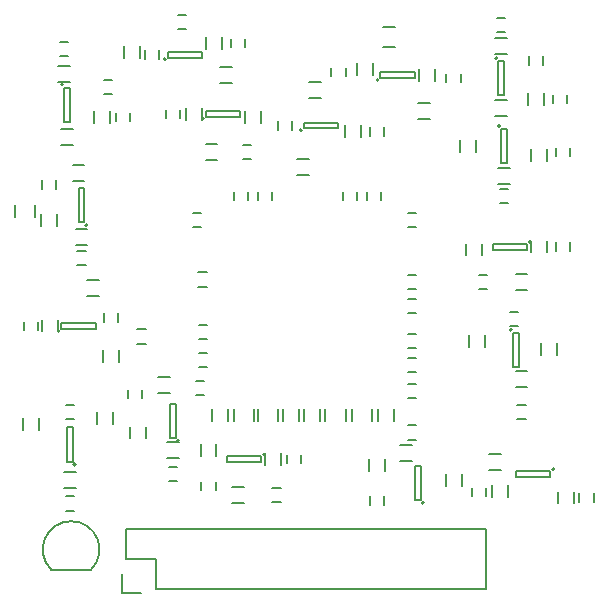
<source format=gto>
G04 #@! TF.FileFunction,Legend,Top*
%FSLAX46Y46*%
G04 Gerber Fmt 4.6, Leading zero omitted, Abs format (unit mm)*
G04 Created by KiCad (PCBNEW (2015-01-16 BZR 5376)-product) date 23/07/2015 11:35:32*
%MOMM*%
G01*
G04 APERTURE LIST*
%ADD10C,0.100000*%
%ADD11C,0.150000*%
G04 APERTURE END LIST*
D10*
D11*
X72100000Y-75650000D02*
X72100000Y-76350000D01*
X70900000Y-76350000D02*
X70900000Y-75650000D01*
X65400000Y-77400000D02*
X66100000Y-77400000D01*
X66100000Y-78600000D02*
X65400000Y-78600000D01*
X84350000Y-78600000D02*
X83650000Y-78600000D01*
X83650000Y-77400000D02*
X84350000Y-77400000D01*
X81350000Y-75650000D02*
X81350000Y-76350000D01*
X80150000Y-76350000D02*
X80150000Y-75650000D01*
X70100000Y-75650000D02*
X70100000Y-76350000D01*
X68900000Y-76350000D02*
X68900000Y-75650000D01*
X65890000Y-82440000D02*
X66590000Y-82440000D01*
X66590000Y-83640000D02*
X65890000Y-83640000D01*
X84350000Y-83850000D02*
X83650000Y-83850000D01*
X83650000Y-82650000D02*
X84350000Y-82650000D01*
X79350000Y-75650000D02*
X79350000Y-76350000D01*
X78150000Y-76350000D02*
X78150000Y-75650000D01*
X60720000Y-87270000D02*
X61420000Y-87270000D01*
X61420000Y-88470000D02*
X60720000Y-88470000D01*
X65930000Y-86850000D02*
X66630000Y-86850000D01*
X66630000Y-88050000D02*
X65930000Y-88050000D01*
X84350000Y-88850000D02*
X83650000Y-88850000D01*
X83650000Y-87650000D02*
X84350000Y-87650000D01*
X84350000Y-85850000D02*
X83650000Y-85850000D01*
X83650000Y-84650000D02*
X84350000Y-84650000D01*
X65940000Y-89230000D02*
X66640000Y-89230000D01*
X66640000Y-90430000D02*
X65940000Y-90430000D01*
X65650000Y-91650000D02*
X66350000Y-91650000D01*
X66350000Y-92850000D02*
X65650000Y-92850000D01*
X84350000Y-93100000D02*
X83650000Y-93100000D01*
X83650000Y-91900000D02*
X84350000Y-91900000D01*
X84350000Y-90850000D02*
X83650000Y-90850000D01*
X83650000Y-89650000D02*
X84350000Y-89650000D01*
X82500000Y-61650000D02*
X81500000Y-61650000D01*
X81500000Y-63350000D02*
X82500000Y-63350000D01*
X50400000Y-76750000D02*
X50400000Y-77750000D01*
X52100000Y-77750000D02*
X52100000Y-76750000D01*
X64150000Y-60650000D02*
X64850000Y-60650000D01*
X64850000Y-61850000D02*
X64150000Y-61850000D01*
X72850000Y-101850000D02*
X72150000Y-101850000D01*
X72150000Y-100650000D02*
X72850000Y-100650000D01*
X95100000Y-64150000D02*
X95100000Y-64850000D01*
X93900000Y-64850000D02*
X93900000Y-64150000D01*
X57900000Y-66150000D02*
X58600000Y-66150000D01*
X58600000Y-67350000D02*
X57900000Y-67350000D01*
X68650000Y-63350000D02*
X68650000Y-62650000D01*
X69850000Y-62650000D02*
X69850000Y-63350000D01*
X61400000Y-64350000D02*
X61400000Y-63650000D01*
X62600000Y-63650000D02*
X62600000Y-64350000D01*
X58900000Y-69600000D02*
X58900000Y-68900000D01*
X60100000Y-68900000D02*
X60100000Y-69600000D01*
X54150000Y-62900000D02*
X54850000Y-62900000D01*
X54850000Y-64100000D02*
X54150000Y-64100000D01*
X97100000Y-67400000D02*
X97100000Y-68100000D01*
X95900000Y-68100000D02*
X95900000Y-67400000D01*
X91150000Y-60900000D02*
X91850000Y-60900000D01*
X91850000Y-62100000D02*
X91150000Y-62100000D01*
X86900000Y-66350000D02*
X86900000Y-65650000D01*
X88100000Y-65650000D02*
X88100000Y-66350000D01*
X77150000Y-65850000D02*
X77150000Y-65150000D01*
X78350000Y-65150000D02*
X78350000Y-65850000D01*
X69650000Y-71650000D02*
X70350000Y-71650000D01*
X70350000Y-72850000D02*
X69650000Y-72850000D01*
X63150000Y-69350000D02*
X63150000Y-68650000D01*
X64350000Y-68650000D02*
X64350000Y-69350000D01*
X53850000Y-74650000D02*
X53850000Y-75350000D01*
X52650000Y-75350000D02*
X52650000Y-74650000D01*
X56350000Y-81850000D02*
X55650000Y-81850000D01*
X55650000Y-80650000D02*
X56350000Y-80650000D01*
X97350000Y-71900000D02*
X97350000Y-72600000D01*
X96150000Y-72600000D02*
X96150000Y-71900000D01*
X91400000Y-75400000D02*
X92100000Y-75400000D01*
X92100000Y-76600000D02*
X91400000Y-76600000D01*
X72650000Y-70350000D02*
X72650000Y-69650000D01*
X73850000Y-69650000D02*
X73850000Y-70350000D01*
X80400000Y-70850000D02*
X80400000Y-70150000D01*
X81600000Y-70150000D02*
X81600000Y-70850000D01*
X57900000Y-86600000D02*
X57900000Y-85900000D01*
X59100000Y-85900000D02*
X59100000Y-86600000D01*
X51140000Y-87310000D02*
X51140000Y-86610000D01*
X52340000Y-86610000D02*
X52340000Y-87310000D01*
X55350000Y-94850000D02*
X54650000Y-94850000D01*
X54650000Y-93650000D02*
X55350000Y-93650000D01*
X55350000Y-102600000D02*
X54650000Y-102600000D01*
X54650000Y-101400000D02*
X55350000Y-101400000D01*
X89650000Y-82650000D02*
X90350000Y-82650000D01*
X90350000Y-83850000D02*
X89650000Y-83850000D01*
X97350000Y-79900000D02*
X97350000Y-80600000D01*
X96150000Y-80600000D02*
X96150000Y-79900000D01*
X92275000Y-85775000D02*
X92975000Y-85775000D01*
X92975000Y-86975000D02*
X92275000Y-86975000D01*
X92900000Y-93650000D02*
X93600000Y-93650000D01*
X93600000Y-94850000D02*
X92900000Y-94850000D01*
X61100000Y-92400000D02*
X61100000Y-93100000D01*
X59900000Y-93100000D02*
X59900000Y-92400000D01*
X64100000Y-100100000D02*
X63400000Y-100100000D01*
X63400000Y-98900000D02*
X64100000Y-98900000D01*
X67350000Y-100150000D02*
X67350000Y-100850000D01*
X66150000Y-100850000D02*
X66150000Y-100150000D01*
X74600000Y-97900000D02*
X74600000Y-98600000D01*
X73400000Y-98600000D02*
X73400000Y-97900000D01*
X80400000Y-102100000D02*
X80400000Y-101400000D01*
X81600000Y-101400000D02*
X81600000Y-102100000D01*
X84350000Y-96600000D02*
X83650000Y-96600000D01*
X83650000Y-95400000D02*
X84350000Y-95400000D01*
X90225000Y-100650000D02*
X90225000Y-101350000D01*
X89025000Y-101350000D02*
X89025000Y-100650000D01*
X99350000Y-101150000D02*
X99350000Y-101850000D01*
X98150000Y-101850000D02*
X98150000Y-101150000D01*
X74425000Y-94000000D02*
X74425000Y-95000000D01*
X73075000Y-95000000D02*
X73075000Y-94000000D01*
X68425000Y-94000000D02*
X68425000Y-95000000D01*
X67075000Y-95000000D02*
X67075000Y-94000000D01*
X82425000Y-94000000D02*
X82425000Y-95000000D01*
X81075000Y-95000000D02*
X81075000Y-94000000D01*
X76175000Y-94000000D02*
X76175000Y-95000000D01*
X74825000Y-95000000D02*
X74825000Y-94000000D01*
X67750000Y-65075000D02*
X68750000Y-65075000D01*
X68750000Y-66425000D02*
X67750000Y-66425000D01*
X66500000Y-71575000D02*
X67500000Y-71575000D01*
X67500000Y-72925000D02*
X66500000Y-72925000D01*
X59175000Y-89000000D02*
X59175000Y-90000000D01*
X57825000Y-90000000D02*
X57825000Y-89000000D01*
X63500000Y-92675000D02*
X62500000Y-92675000D01*
X62500000Y-91325000D02*
X63500000Y-91325000D01*
X54250000Y-70325000D02*
X55250000Y-70325000D01*
X55250000Y-71675000D02*
X54250000Y-71675000D01*
X56250000Y-74675000D02*
X55250000Y-74675000D01*
X55250000Y-73325000D02*
X56250000Y-73325000D01*
X57325000Y-95250000D02*
X57325000Y-94250000D01*
X58675000Y-94250000D02*
X58675000Y-95250000D01*
X67425000Y-97000000D02*
X67425000Y-98000000D01*
X66075000Y-98000000D02*
X66075000Y-97000000D01*
X91000000Y-67825000D02*
X92000000Y-67825000D01*
X92000000Y-69175000D02*
X91000000Y-69175000D01*
X88075000Y-72250000D02*
X88075000Y-71250000D01*
X89425000Y-71250000D02*
X89425000Y-72250000D01*
X89925000Y-80000000D02*
X89925000Y-81000000D01*
X88575000Y-81000000D02*
X88575000Y-80000000D01*
X88175000Y-99500000D02*
X88175000Y-100500000D01*
X86825000Y-100500000D02*
X86825000Y-99500000D01*
X84500000Y-68075000D02*
X85500000Y-68075000D01*
X85500000Y-69425000D02*
X84500000Y-69425000D01*
X75250000Y-74175000D02*
X74250000Y-74175000D01*
X74250000Y-72825000D02*
X75250000Y-72825000D01*
X88825000Y-88750000D02*
X88825000Y-87750000D01*
X90175000Y-87750000D02*
X90175000Y-88750000D01*
X91500000Y-99175000D02*
X90500000Y-99175000D01*
X90500000Y-97825000D02*
X91500000Y-97825000D01*
X67925000Y-62500000D02*
X67925000Y-63500000D01*
X66575000Y-63500000D02*
X66575000Y-62500000D01*
X60925000Y-63250000D02*
X60925000Y-64250000D01*
X59575000Y-64250000D02*
X59575000Y-63250000D01*
X57075000Y-69750000D02*
X57075000Y-68750000D01*
X58425000Y-68750000D02*
X58425000Y-69750000D01*
X55000000Y-66275000D02*
X54000000Y-66275000D01*
X54000000Y-64925000D02*
X55000000Y-64925000D01*
X95175000Y-67250000D02*
X95175000Y-68250000D01*
X93825000Y-68250000D02*
X93825000Y-67250000D01*
X92000000Y-63925000D02*
X91000000Y-63925000D01*
X91000000Y-62575000D02*
X92000000Y-62575000D01*
X85925000Y-65250000D02*
X85925000Y-66250000D01*
X84575000Y-66250000D02*
X84575000Y-65250000D01*
X80675000Y-64750000D02*
X80675000Y-65750000D01*
X79325000Y-65750000D02*
X79325000Y-64750000D01*
X71175000Y-68750000D02*
X71175000Y-69750000D01*
X69825000Y-69750000D02*
X69825000Y-68750000D01*
X66175000Y-68500000D02*
X66175000Y-69500000D01*
X64825000Y-69500000D02*
X64825000Y-68500000D01*
X52575000Y-78500000D02*
X52575000Y-77500000D01*
X53925000Y-77500000D02*
X53925000Y-78500000D01*
X55500000Y-78795000D02*
X56500000Y-78795000D01*
X56500000Y-80145000D02*
X55500000Y-80145000D01*
X94075000Y-73000000D02*
X94075000Y-72000000D01*
X95425000Y-72000000D02*
X95425000Y-73000000D01*
X92250000Y-74925000D02*
X91250000Y-74925000D01*
X91250000Y-73575000D02*
X92250000Y-73575000D01*
X76250000Y-67675000D02*
X75250000Y-67675000D01*
X75250000Y-66325000D02*
X76250000Y-66325000D01*
X79675000Y-70000000D02*
X79675000Y-71000000D01*
X78325000Y-71000000D02*
X78325000Y-70000000D01*
X56500000Y-83075000D02*
X57500000Y-83075000D01*
X57500000Y-84425000D02*
X56500000Y-84425000D01*
X54045000Y-86440000D02*
X54045000Y-87440000D01*
X52695000Y-87440000D02*
X52695000Y-86440000D01*
X51075000Y-95750000D02*
X51075000Y-94750000D01*
X52425000Y-94750000D02*
X52425000Y-95750000D01*
X54500000Y-99325000D02*
X55500000Y-99325000D01*
X55500000Y-100675000D02*
X54500000Y-100675000D01*
X93750000Y-83925000D02*
X92750000Y-83925000D01*
X92750000Y-82575000D02*
X93750000Y-82575000D01*
X94075000Y-80750000D02*
X94075000Y-79750000D01*
X95425000Y-79750000D02*
X95425000Y-80750000D01*
X94915000Y-89440000D02*
X94915000Y-88440000D01*
X96265000Y-88440000D02*
X96265000Y-89440000D01*
X93750000Y-92175000D02*
X92750000Y-92175000D01*
X92750000Y-90825000D02*
X93750000Y-90825000D01*
X60075000Y-96500000D02*
X60075000Y-95500000D01*
X61425000Y-95500000D02*
X61425000Y-96500000D01*
X63250000Y-96825000D02*
X64250000Y-96825000D01*
X64250000Y-98175000D02*
X63250000Y-98175000D01*
X69750000Y-101925000D02*
X68750000Y-101925000D01*
X68750000Y-100575000D02*
X69750000Y-100575000D01*
X71575000Y-98750000D02*
X71575000Y-97750000D01*
X72925000Y-97750000D02*
X72925000Y-98750000D01*
X81675000Y-98250000D02*
X81675000Y-99250000D01*
X80325000Y-99250000D02*
X80325000Y-98250000D01*
X83000000Y-97075000D02*
X84000000Y-97075000D01*
X84000000Y-98425000D02*
X83000000Y-98425000D01*
X92100000Y-100450000D02*
X92100000Y-101450000D01*
X90750000Y-101450000D02*
X90750000Y-100450000D01*
X96325000Y-102000000D02*
X96325000Y-101000000D01*
X97675000Y-101000000D02*
X97675000Y-102000000D01*
X63150000Y-64400000D02*
G75*
G03X63150000Y-64400000I-100000J0D01*
G01*
X63300000Y-63750000D02*
X63300000Y-64250000D01*
X66200000Y-63750000D02*
X63300000Y-63750000D01*
X66200000Y-64250000D02*
X66200000Y-63750000D01*
X63300000Y-64250000D02*
X66200000Y-64250000D01*
X54450000Y-66550000D02*
G75*
G03X54450000Y-66550000I-100000J0D01*
G01*
X55000000Y-66800000D02*
X54500000Y-66800000D01*
X55000000Y-69700000D02*
X55000000Y-66800000D01*
X54500000Y-69700000D02*
X55000000Y-69700000D01*
X54500000Y-66800000D02*
X54500000Y-69700000D01*
X91200000Y-64300000D02*
G75*
G03X91200000Y-64300000I-100000J0D01*
G01*
X91750000Y-64550000D02*
X91250000Y-64550000D01*
X91750000Y-67450000D02*
X91750000Y-64550000D01*
X91250000Y-67450000D02*
X91750000Y-67450000D01*
X91250000Y-64550000D02*
X91250000Y-67450000D01*
X81150000Y-66150000D02*
G75*
G03X81150000Y-66150000I-100000J0D01*
G01*
X81300000Y-65500000D02*
X81300000Y-66000000D01*
X84200000Y-65500000D02*
X81300000Y-65500000D01*
X84200000Y-66000000D02*
X84200000Y-65500000D01*
X81300000Y-66000000D02*
X84200000Y-66000000D01*
X66400000Y-69400000D02*
G75*
G03X66400000Y-69400000I-100000J0D01*
G01*
X66550000Y-68750000D02*
X66550000Y-69250000D01*
X69450000Y-68750000D02*
X66550000Y-68750000D01*
X69450000Y-69250000D02*
X69450000Y-68750000D01*
X66550000Y-69250000D02*
X69450000Y-69250000D01*
X56500000Y-78450000D02*
G75*
G03X56500000Y-78450000I-100000J0D01*
G01*
X55750000Y-78200000D02*
X56250000Y-78200000D01*
X55750000Y-75300000D02*
X55750000Y-78200000D01*
X56250000Y-75300000D02*
X55750000Y-75300000D01*
X56250000Y-78200000D02*
X56250000Y-75300000D01*
X91450000Y-70050000D02*
G75*
G03X91450000Y-70050000I-100000J0D01*
G01*
X92000000Y-70300000D02*
X91500000Y-70300000D01*
X92000000Y-73200000D02*
X92000000Y-70300000D01*
X91500000Y-73200000D02*
X92000000Y-73200000D01*
X91500000Y-70300000D02*
X91500000Y-73200000D01*
X74650000Y-70400000D02*
G75*
G03X74650000Y-70400000I-100000J0D01*
G01*
X74800000Y-69750000D02*
X74800000Y-70250000D01*
X77700000Y-69750000D02*
X74800000Y-69750000D01*
X77700000Y-70250000D02*
X77700000Y-69750000D01*
X74800000Y-70250000D02*
X77700000Y-70250000D01*
X54150000Y-87400000D02*
G75*
G03X54150000Y-87400000I-100000J0D01*
G01*
X54300000Y-86750000D02*
X54300000Y-87250000D01*
X57200000Y-86750000D02*
X54300000Y-86750000D01*
X57200000Y-87250000D02*
X57200000Y-86750000D01*
X54300000Y-87250000D02*
X57200000Y-87250000D01*
X55500000Y-98700000D02*
G75*
G03X55500000Y-98700000I-100000J0D01*
G01*
X54750000Y-98450000D02*
X55250000Y-98450000D01*
X54750000Y-95550000D02*
X54750000Y-98450000D01*
X55250000Y-95550000D02*
X54750000Y-95550000D01*
X55250000Y-98450000D02*
X55250000Y-95550000D01*
X94050000Y-79850000D02*
G75*
G03X94050000Y-79850000I-100000J0D01*
G01*
X93700000Y-80500000D02*
X93700000Y-80000000D01*
X90800000Y-80500000D02*
X93700000Y-80500000D01*
X90800000Y-80000000D02*
X90800000Y-80500000D01*
X93700000Y-80000000D02*
X90800000Y-80000000D01*
X92450000Y-87300000D02*
G75*
G03X92450000Y-87300000I-100000J0D01*
G01*
X93000000Y-87550000D02*
X92500000Y-87550000D01*
X93000000Y-90450000D02*
X93000000Y-87550000D01*
X92500000Y-90450000D02*
X93000000Y-90450000D01*
X92500000Y-87550000D02*
X92500000Y-90450000D01*
X64250000Y-96700000D02*
G75*
G03X64250000Y-96700000I-100000J0D01*
G01*
X63500000Y-96450000D02*
X64000000Y-96450000D01*
X63500000Y-93550000D02*
X63500000Y-96450000D01*
X64000000Y-93550000D02*
X63500000Y-93550000D01*
X64000000Y-96450000D02*
X64000000Y-93550000D01*
X71550000Y-97850000D02*
G75*
G03X71550000Y-97850000I-100000J0D01*
G01*
X71200000Y-98500000D02*
X71200000Y-98000000D01*
X68300000Y-98500000D02*
X71200000Y-98500000D01*
X68300000Y-98000000D02*
X68300000Y-98500000D01*
X71200000Y-98000000D02*
X68300000Y-98000000D01*
X85000000Y-101950000D02*
G75*
G03X85000000Y-101950000I-100000J0D01*
G01*
X84250000Y-101700000D02*
X84750000Y-101700000D01*
X84250000Y-98800000D02*
X84250000Y-101700000D01*
X84750000Y-98800000D02*
X84250000Y-98800000D01*
X84750000Y-101700000D02*
X84750000Y-98800000D01*
X96050000Y-99100000D02*
G75*
G03X96050000Y-99100000I-100000J0D01*
G01*
X95700000Y-99750000D02*
X95700000Y-99250000D01*
X92800000Y-99750000D02*
X95700000Y-99750000D01*
X92800000Y-99250000D02*
X92800000Y-99750000D01*
X95700000Y-99250000D02*
X92800000Y-99250000D01*
X53420000Y-107600000D02*
X56820000Y-107600000D01*
X53422944Y-107597056D02*
G75*
G02X55120000Y-103500000I1697056J1697056D01*
G01*
X56817056Y-107597056D02*
G75*
G03X55120000Y-103500000I-1697056J1697056D01*
G01*
X90210000Y-104190000D02*
X59730000Y-104190000D01*
X62270000Y-109270000D02*
X90210000Y-109270000D01*
X90210000Y-104190000D02*
X90210000Y-109270000D01*
X59730000Y-104190000D02*
X59730000Y-106730000D01*
X59450000Y-108000000D02*
X59450000Y-109550000D01*
X59730000Y-106730000D02*
X62270000Y-106730000D01*
X62270000Y-106730000D02*
X62270000Y-109270000D01*
X59450000Y-109550000D02*
X61000000Y-109550000D01*
X72600000Y-95000000D02*
X72600000Y-94000000D01*
X70900000Y-94000000D02*
X70900000Y-95000000D01*
X70600000Y-95000000D02*
X70600000Y-94000000D01*
X68900000Y-94000000D02*
X68900000Y-95000000D01*
X80600000Y-95000000D02*
X80600000Y-94000000D01*
X78900000Y-94000000D02*
X78900000Y-95000000D01*
X78350000Y-95000000D02*
X78350000Y-94000000D01*
X76650000Y-94000000D02*
X76650000Y-95000000D01*
M02*

</source>
